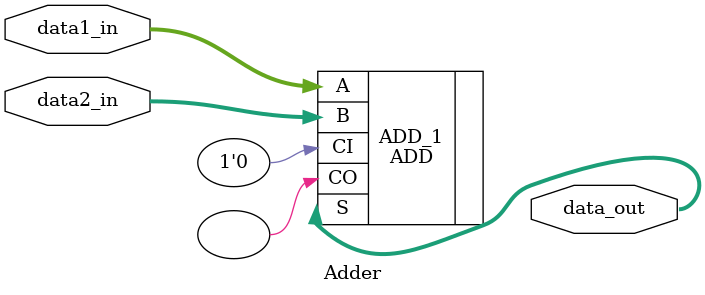
<source format=v>
/* =============================================================================
 *
 * Name           : Adder.v
 * Author         : Hakki Caner Kirmizi
 * Date           : 2010-5-1
 * Description    : A module that sums up two 32-bit input and assigns to 
 * 					32-bit output
 *                  
 * =============================================================================
*/

module Adder
#
(
	parameter W = 32
)
(
    data1_in,
    data2_in,
    data_out
);


input   [W-1:0]  data1_in;
input   [W-1:0]  data2_in;
output  [W-1:0]  data_out;

ADD
#(
	.N(W)
)
ADD_1
(
	.A(data1_in),
	.B(data2_in),
	.CI(1'b0),
	.S(data_out), 
	.CO()
);

/*reg [31:0] data_out;

always @(data1_in or data2_in) 
begin
	data_out = data1_in + data2_in;
end*/
  
endmodule
</source>
